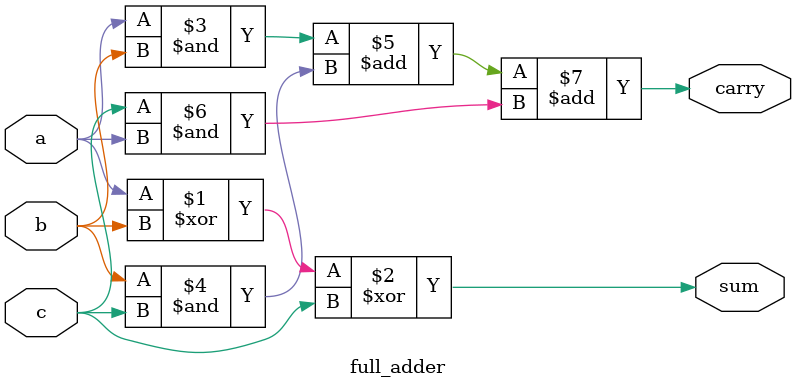
<source format=v>
`timescale 1ns / 1ps
module full_adder(a,b,c,sum,carry);
input a,b,c;
output sum,carry;
assign sum=a^b^c;
assign carry=(a&b)+(b&c)+(c&a);
endmodule

</source>
